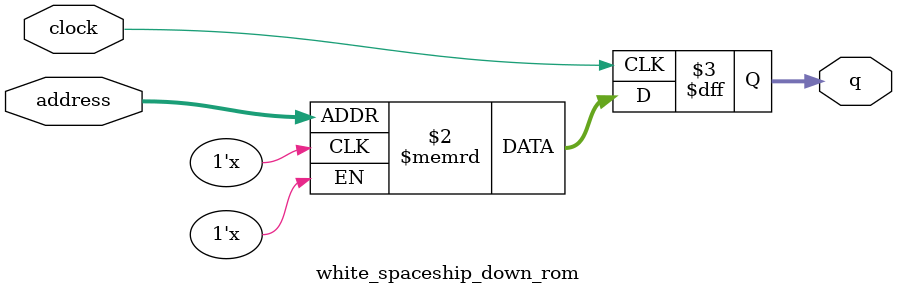
<source format=sv>
module white_spaceship_down_rom (
	input logic clock,
	input logic [7:0] address,
	output logic [1:0] q
);

logic [1:0] memory [0:195] /* synthesis ram_init_file = "./Sprites/white_spaceship_down/white_spaceship_down.mif" */;

always_ff @ (posedge clock) begin
	q <= memory[address];
end

endmodule

</source>
